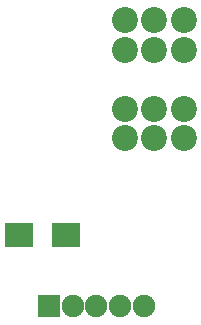
<source format=gbs>
%TF.GenerationSoftware,KiCad,Pcbnew,4.0.4-1.fc24-product*%
%TF.CreationDate,2018-01-16T16:14:16+11:00*%
%TF.ProjectId,MID_STACK,4D49445F535441434B2E6B696361645F,rev?*%
%TF.FileFunction,Soldermask,Bot*%
%FSLAX46Y46*%
G04 Gerber Fmt 4.6, Leading zero omitted, Abs format (unit mm)*
G04 Created by KiCad (PCBNEW 4.0.4-1.fc24-product) date Tue Jan 16 16:14:16 2018*
%MOMM*%
%LPD*%
G01*
G04 APERTURE LIST*
%ADD10C,0.100000*%
%ADD11R,1.900000X1.900000*%
%ADD12C,1.900000*%
%ADD13C,2.200000*%
%ADD14R,2.400000X2.000000*%
G04 APERTURE END LIST*
D10*
D11*
X160000000Y-91200000D03*
D12*
X162000000Y-91200000D03*
X164000000Y-91200000D03*
X166000000Y-91200000D03*
X168000000Y-91200000D03*
D13*
X171400000Y-77000000D03*
X168900000Y-77000000D03*
X166400000Y-77000000D03*
X166400000Y-67000000D03*
X168900000Y-67000000D03*
X171400000Y-67000000D03*
X166400000Y-69500000D03*
X168900000Y-69500000D03*
X171400000Y-69500000D03*
X166400000Y-74500000D03*
X168900000Y-74500000D03*
X171400000Y-74500000D03*
D14*
X161450000Y-85200000D03*
X157450000Y-85200000D03*
M02*

</source>
